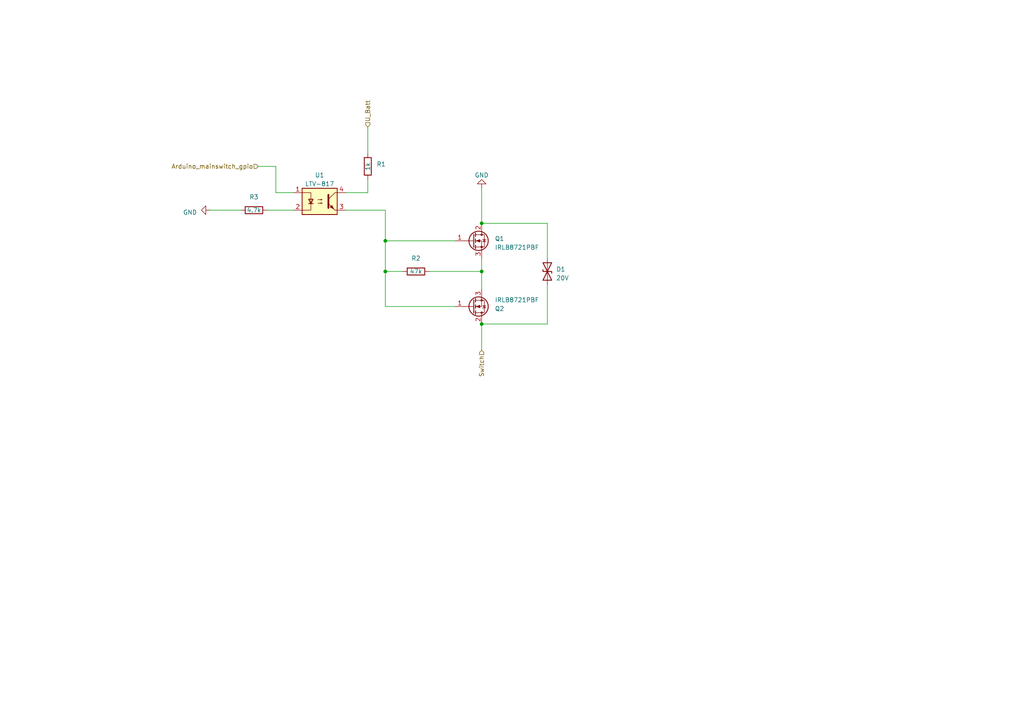
<source format=kicad_sch>
(kicad_sch (version 20230121) (generator eeschema)
  (paper "A4")
  (lib_symbols
    (symbol "Device:D_TVS" (pin_numbers hide) (pin_names (offset 1.016) hide)
      (property "Reference" "D" (at 0 2.54 0))
      (property "Value" "D_TVS" (at 0 -2.54 0))
      (symbol "D_TVS_0_1"
        (polyline (pts (xy 1.27 0) (xy -1.27 0)))
        (polyline (pts (xy 0.508 1.27) (xy 0 1.27) (xy 0 -1.27) (xy -0.508 -1.27)) (stroke (width 0.254)))
        (polyline (pts (xy -2.54 1.27) (xy -2.54 -1.27) (xy 2.54 1.27) (xy 2.54 -1.27) (xy -2.54 1.27)) (stroke (width 0.254)))
      )
      (symbol "D_TVS_1_1"
        (pin passive line (at -3.81 0 0) (length 2.54) (name "A1") (number "1"))
        (pin passive line (at 3.81 0 180) (length 2.54) (name "A2") (number "2"))
      )
    )
    (symbol "Device:R" (pin_numbers hide) (pin_names (offset 0))
      (property "Reference" "R" (at 2.032 0 90))
      (property "Value" "R" (at 0 0 90))
      (symbol "R_0_1"
        (rectangle (start -1.016 -2.54) (end 1.016 2.54) (stroke (width 0.254)))
      )
      (symbol "R_1_1"
        (pin passive line (at 0 3.81 270) (length 1.27) (name "~") (number "1"))
        (pin passive line (at 0 -3.81 90) (length 1.27) (name "~") (number "2"))
      )
    )
    (symbol "Isolator:LTV-817" (pin_names (offset 1.016))
      (property "Reference" "U" (at -5.08 5.08 0))
      (property "Value" "LTV-817" (at 0 5.08 0))
      (symbol "LTV-817_0_1"
        (rectangle (start -5.08 3.81) (end 5.08 -3.81) (stroke (width 0.254)) (fill (type background)))
        (polyline (pts (xy -3.175 -0.635) (xy -1.905 -0.635)) (stroke (width 0.254)))
        (polyline (pts (xy 2.54 0.635) (xy 4.445 2.54)))
        (polyline (pts (xy 4.445 -2.54) (xy 2.54 -0.635)) (fill (type outline)))
        (polyline (pts (xy 4.445 -2.54) (xy 5.08 -2.54)))
        (polyline (pts (xy 4.445 2.54) (xy 5.08 2.54)))
        (polyline (pts (xy -5.08 2.54) (xy -2.54 2.54) (xy -2.54 -0.762)))
        (polyline (pts (xy -2.54 -0.635) (xy -2.54 -2.54) (xy -5.08 -2.54)))
        (polyline (pts (xy 2.54 1.905) (xy 2.54 -1.905) (xy 2.54 -1.905)) (stroke (width 0.508)))
        (polyline (pts (xy -2.54 -0.635) (xy -3.175 0.635) (xy -1.905 0.635) (xy -2.54 -0.635)) (stroke (width 0.254)))
        (polyline (pts (xy -0.508 -0.508) (xy 0.762 -0.508) (xy 0.381 -0.635) (xy 0.381 -0.381) (xy 0.762 -0.508)))
        (polyline (pts (xy -0.508 0.508) (xy 0.762 0.508) (xy 0.381 0.381) (xy 0.381 0.635) (xy 0.762 0.508)))
        (polyline (pts (xy 3.048 -1.651) (xy 3.556 -1.143) (xy 4.064 -2.159) (xy 3.048 -1.651) (xy 3.048 -1.651)) (fill (type outline)))
      )
      (symbol "LTV-817_1_1"
        (pin passive line (at -7.62 2.54 0) (length 2.54) (name "~") (number "1"))
        (pin passive line (at -7.62 -2.54 0) (length 2.54) (name "~") (number "2"))
        (pin passive line (at 7.62 -2.54 180) (length 2.54) (name "~") (number "3"))
        (pin passive line (at 7.62 2.54 180) (length 2.54) (name "~") (number "4"))
      )
    )
    (symbol "Transistor_FET:IRLB8721PBF" (pin_names hide)
      (property "Reference" "Q" (at 6.35 1.905 0))
      (property "Value" "IRLB8721PBF" (at 6.35 0 0))
      (symbol "IRLB8721PBF_0_1"
        (polyline (pts (xy 0.254 0) (xy -2.54 0)))
        (polyline (pts (xy 0.254 1.905) (xy 0.254 -1.905)) (stroke (width 0.254)))
        (polyline (pts (xy 0.762 -1.27) (xy 0.762 -2.286)) (stroke (width 0.254)))
        (polyline (pts (xy 0.762 0.508) (xy 0.762 -0.508)) (stroke (width 0.254)))
        (polyline (pts (xy 0.762 2.286) (xy 0.762 1.27)) (stroke (width 0.254)))
        (polyline (pts (xy 2.54 2.54) (xy 2.54 1.778)))
        (polyline (pts (xy 2.54 -2.54) (xy 2.54 0) (xy 0.762 0)))
        (polyline (pts (xy 0.762 -1.778) (xy 3.302 -1.778) (xy 3.302 1.778) (xy 0.762 1.778)))
        (polyline (pts (xy 1.016 0) (xy 2.032 0.381) (xy 2.032 -0.381) (xy 1.016 0)) (fill (type outline)))
        (polyline (pts (xy 2.794 0.508) (xy 2.921 0.381) (xy 3.683 0.381) (xy 3.81 0.254)))
        (polyline (pts (xy 3.302 0.381) (xy 2.921 -0.254) (xy 3.683 -0.254) (xy 3.302 0.381)))
        (circle (center 1.651 0) (radius 2.794) (stroke (width 0.254)))
        (circle (center 2.54 -1.778) (radius 0.254) (fill (type outline)))
        (circle (center 2.54 1.778) (radius 0.254) (fill (type outline)))
      )
      (symbol "IRLB8721PBF_1_1"
        (pin input line (at -5.08 0 0) (length 2.54) (name "G") (number "1"))
        (pin passive line (at 2.54 5.08 270) (length 2.54) (name "D") (number "2"))
        (pin passive line (at 2.54 -5.08 90) (length 2.54) (name "S") (number "3"))
      )
    )
    (symbol "power:GND" (power) (pin_names (offset 0))
      (property "Value" "GND" (at 0 -3.81 0))
      (symbol "GND_0_1"
        (polyline (pts (xy 0 0) (xy 0 -1.27) (xy 1.27 -1.27) (xy 0 -2.54) (xy -1.27 -1.27) (xy 0 -1.27)))
      )
      (symbol "GND_1_1"
        (pin power_in line (at 0 0 270) (length 0) hide (name "GND") (number "1"))
      )
    )
  )
  (junction (at 111.76 69.85))
  (junction (at 139.7 93.98))
  (junction (at 111.76 78.74))
  (junction (at 139.7 64.77))
  (junction (at 139.7 78.74))
  (wire (pts (xy 111.76 69.85) (xy 111.76 60.96)))
  (wire (pts (xy 77.47 60.96) (xy 85.09 60.96)))
  (wire (pts (xy 111.76 60.96) (xy 100.33 60.96)))
  (wire (pts (xy 158.75 93.98) (xy 139.7 93.98)))
  (wire (pts (xy 139.7 78.74) (xy 139.7 83.82)))
  (wire (pts (xy 139.7 74.93) (xy 139.7 78.74)))
  (wire (pts (xy 158.75 74.93) (xy 158.75 64.77)))
  (wire (pts (xy 106.68 55.88) (xy 106.68 52.07)))
  (wire (pts (xy 139.7 93.98) (xy 139.7 101.6)))
  (wire (pts (xy 111.76 78.74) (xy 111.76 88.9)))
  (wire (pts (xy 132.08 69.85) (xy 111.76 69.85)))
  (wire (pts (xy 74.93 48.26) (xy 80.01 48.26)))
  (wire (pts (xy 106.68 36.83) (xy 106.68 44.45)))
  (wire (pts (xy 139.7 54.61) (xy 139.7 64.77)))
  (wire (pts (xy 111.76 88.9) (xy 132.08 88.9)))
  (wire (pts (xy 111.76 69.85) (xy 111.76 78.74)))
  (wire (pts (xy 60.96 60.96) (xy 69.85 60.96)))
  (wire (pts (xy 111.76 78.74) (xy 116.84 78.74)))
  (wire (pts (xy 158.75 64.77) (xy 139.7 64.77)))
  (wire (pts (xy 158.75 82.55) (xy 158.75 93.98)))
  (wire (pts (xy 124.46 78.74) (xy 139.7 78.74)))
  (wire (pts (xy 80.01 48.26) (xy 80.01 55.88)))
  (wire (pts (xy 100.33 55.88) (xy 106.68 55.88)))
  (wire (pts (xy 80.01 55.88) (xy 85.09 55.88)))
  (hierarchical_label "Switch" (shape input) (at 139.7 101.6 270))
  (hierarchical_label "Arduino_mainswitch_gpio" (shape input) (at 74.93 48.26 180))
  (hierarchical_label "U_Batt" (shape input) (at 106.68 36.83 90))
  (symbol (lib_id "Device:R") (at 120.65 78.74 90) (unit 1)
    (property "Reference" "R2" (at 120.65 74.93 90))
    (property "Value" "47k" (at 120.65 78.74 90))
    (property "Footprint" "Resistor_SMD:R_0805_2012Metric" (effects hide))
  )
  (symbol (lib_id "Device:D_TVS") (at 158.75 78.74 90) (unit 1)
    (property "Reference" "D1" (at 161.29 78.105 90) (effects (justify right)))
    (property "Value" "20V" (at 161.29 80.645 90) (effects (justify right)))
    (property "Footprint" "Diode_SMD:D_SMA" (effects hide))
  )
  (symbol (lib_id "Transistor_FET:IRLB8721PBF") (at 137.16 69.85 0) (unit 1)
    (property "Reference" "Q1" (at 143.51 69.215 0) (effects (justify left)))
    (property "Value" "IRLB8721PBF" (at 143.51 71.755 0) (effects (justify left)))
    (property "Footprint" "Package_TO_SOT_THT:TO-220-3_Vertical" (effects hide))
    (property "Datasheet" "http://www.infineon.com/dgdl/irlb8721pbf.pdf?fileId=5546d462533600a40153566056732591" (effects hide))
  )
  (symbol (lib_id "power:GND") (at 60.96 60.96 270) (unit 1)
    (property "Reference" "#PWR02" (effects hide))
    (property "Value" "GND" (at 57.15 61.595 90) (effects (justify right)))
  )
  (symbol (lib_id "Isolator:LTV-817") (at 92.71 58.42 0) (unit 1)
    (property "Reference" "U1" (at 92.71 50.8 0))
    (property "Value" "LTV-817" (at 92.71 53.34 0))
    (property "Footprint" "Package_DIP:DIP-4_W7.62mm" (effects hide))
    (property "Datasheet" "http://www.us.liteon.com/downloads/LTV-817-827-847.PDF" (effects hide))
  )
  (symbol (lib_id "Transistor_FET:IRLB8721PBF") (at 137.16 88.9 0) (mirror x) (unit 1)
    (property "Reference" "Q2" (at 143.51 89.535 0) (effects (justify left)))
    (property "Value" "IRLB8721PBF" (at 143.51 86.995 0) (effects (justify left)))
    (property "Footprint" "Package_TO_SOT_THT:TO-220-3_Vertical" (effects hide))
    (property "Datasheet" "http://www.infineon.com/dgdl/irlb8721pbf.pdf?fileId=5546d462533600a40153566056732591" (effects hide))
  )
  (symbol (lib_id "Device:R") (at 73.66 60.96 90) (unit 1)
    (property "Reference" "R3" (at 73.66 57.15 90))
    (property "Value" "4.7k" (at 73.66 60.96 90))
    (property "Footprint" "Resistor_SMD:R_0805_2012Metric" (effects hide))
  )
  (symbol (lib_id "Device:R") (at 106.68 48.26 0) (unit 1)
    (property "Reference" "R1" (at 109.22 47.625 0) (effects (justify left)))
    (property "Value" "1k" (at 106.68 49.53 90) (effects (justify left)))
    (property "Footprint" "Resistor_SMD:R_0805_2012Metric" (effects hide))
  )
  (symbol (lib_id "power:GND") (at 139.7 54.61 180) (unit 1)
    (property "Reference" "#PWR01" (effects hide))
    (property "Value" "GND" (at 139.7 50.8 0))
  )
)
</source>
